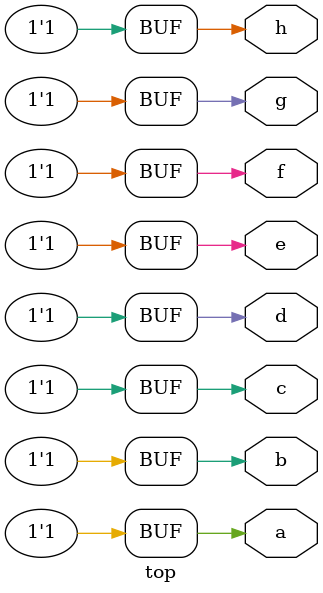
<source format=v>
module top(
	// expected to output all 1s
    output reg a, b, c, d, e, f, g, h
);
    initial begin
        case (2'b0)
            1'b0:    a = 1;
            default: a = 0;
        endcase
        case (2'sb11)
            2'sb01:  b = 0;
            1'sb1:   b = 1;
        endcase
        case (2'sb11)
            1'sb0:   c = 0;
            1'sb1:   c = 1;
        endcase
        case (2'sb11)
            1'b0:    d = 0;
            1'sb1:   d = 0;
            default: d = 1;
        endcase
        case (2'b11)
            1'sb0:   e = 0;
            1'sb1:   e = 0;
            default: e = 1;
        endcase
        case (1'sb1)
            1'sb0:   f = 0;
            2'sb11:  f = 1;
            default: f = 0;
        endcase
        case (1'sb1)
            1'sb0:   g = 0;
            3'b0:    g = 0;
            2'sb11:  g = 0;
            default: g = 1;
        endcase
        case (1'sb1)
            1'sb0:   h = 0;
            1'b1:    h = 1;
            3'b0:    h = 0;
            2'sb11:  h = 0;
            default: h = 0;
        endcase
    end
endmodule

</source>
